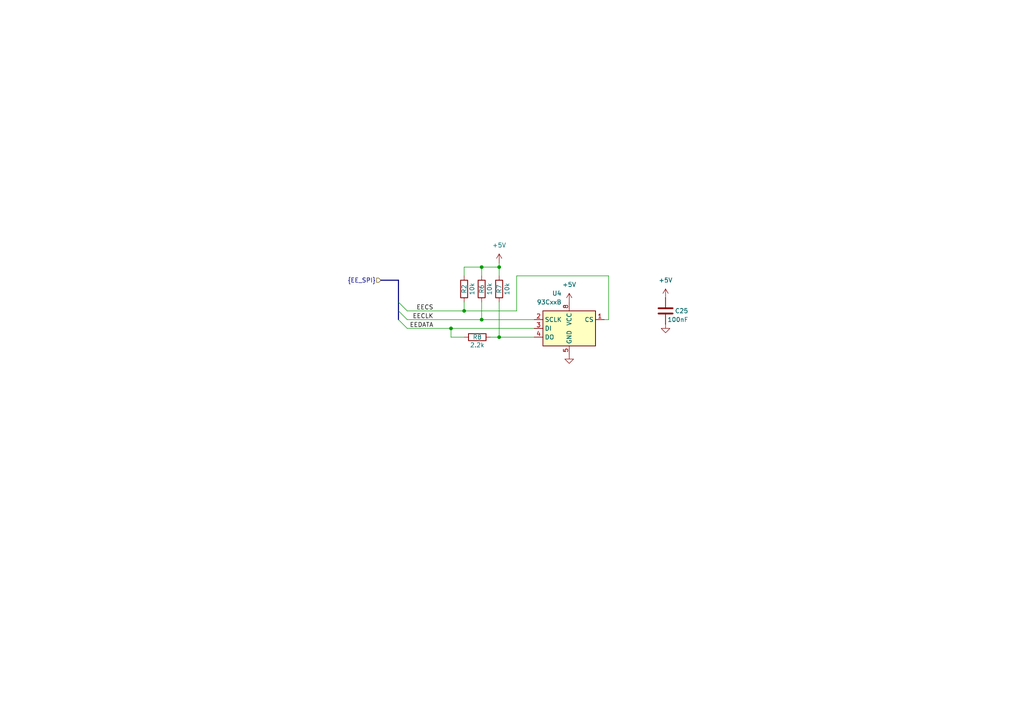
<source format=kicad_sch>
(kicad_sch (version 20231120) (generator "eeschema") (generator_version "8.0")
  (paper "A4")
  (title_block (title "FTDI Quad LIN"))
  (lib_symbols
    (symbol "Device:C" (pin_numbers hide) (pin_names (offset 0.254))
      (property "Reference" "C" (at 0.635 2.54 0))
      (property "Value" "C" (at 0.635 -2.54 0))
      (symbol "C_0_1"
        (polyline (pts (xy -2.032 -0.762) (xy 2.032 -0.762)) (stroke (width 0.508)))
        (polyline (pts (xy -2.032 0.762) (xy 2.032 0.762)) (stroke (width 0.508)))
      )
      (symbol "C_1_1"
        (pin passive line (at 0 3.81 270) (length 2.794) (name "~") (number "1"))
        (pin passive line (at 0 -3.81 90) (length 2.794) (name "~") (number "2"))
      )
    )
    (symbol "Device:R" (pin_numbers hide) (pin_names (offset 0))
      (property "Reference" "R" (at 2.032 0 90))
      (property "Value" "R" (at 0 0 90))
      (symbol "R_0_1"
        (rectangle (start -1.016 -2.54) (end 1.016 2.54) (stroke (width 0.254)))
      )
      (symbol "R_1_1"
        (pin passive line (at 0 3.81 270) (length 1.27) (name "~") (number "1"))
        (pin passive line (at 0 -3.81 90) (length 1.27) (name "~") (number "2"))
      )
    )
    (symbol "Memory_EEPROM:93CxxB"
      (property "Reference" "U" (at -7.62 6.35 0))
      (property "Value" "93CxxB" (at 2.54 -6.35 0))
      (symbol "93CxxB_1_1"
        (rectangle (start -7.62 5.08) (end 7.62 -5.08) (stroke (width 0.254)) (fill (type background)))
        (pin input line (at -10.16 2.54 0) (length 2.54) (name "CS") (number "1"))
        (pin input line (at 10.16 2.54 180) (length 2.54) (name "SCLK") (number "2"))
        (pin input line (at 10.16 0 180) (length 2.54) (name "DI") (number "3"))
        (pin tri_state line (at 10.16 -2.54 180) (length 2.54) (name "DO") (number "4"))
        (pin power_in line (at 0 -7.62 90) (length 2.54) (name "GND") (number "5"))
        (pin no_connect line (at -7.62 0 0) (length 2.54) hide (name "NC") (number "6"))
        (pin no_connect line (at -7.62 -2.54 0) (length 2.54) hide (name "NC") (number "7"))
        (pin power_in line (at 0 7.62 270) (length 2.54) (name "VCC") (number "8"))
      )
    )
    (symbol "power:+5V" (power) (pin_numbers hide) (pin_names (offset 0) hide)
      (property "Value" "+5V" (at 0 3.556 0))
      (symbol "+5V_0_1"
        (polyline (pts (xy -0.762 1.27) (xy 0 2.54)))
        (polyline (pts (xy 0 0) (xy 0 2.54)))
        (polyline (pts (xy 0 2.54) (xy 0.762 1.27)))
      )
      (symbol "+5V_1_1"
        (pin power_in line (at 0 0 90) (length 0) (name "~") (number "1"))
      )
    )
    (symbol "power:GND" (power) (pin_numbers hide) (pin_names (offset 0) hide)
      (property "Value" "GND" (at 0 -3.81 0))
      (symbol "GND_0_1"
        (polyline (pts (xy 0 0) (xy 0 -1.27) (xy 1.27 -1.27) (xy 0 -2.54) (xy -1.27 -1.27) (xy 0 -1.27)))
      )
      (symbol "GND_1_1"
        (pin power_in line (at 0 0 270) (length 0) (name "~") (number "1"))
      )
    )
  )
  (junction (at 139.7 77.47))
  (junction (at 130.81 95.25))
  (junction (at 139.7 92.71))
  (junction (at 144.78 97.79))
  (junction (at 134.62 90.17))
  (junction (at 144.78 77.47))
  (bus_entry (at 115.57 87.63) (size 2.54 2.54))
  (bus_entry (at 115.57 90.17) (size 2.54 2.54))
  (bus_entry (at 115.57 92.71) (size 2.54 2.54))
  (wire (pts (xy 134.62 77.47) (xy 139.7 77.47)))
  (bus (pts (xy 115.57 87.63) (xy 115.57 81.28)))
  (wire (pts (xy 144.78 77.47) (xy 144.78 76.2)))
  (wire (pts (xy 144.78 87.63) (xy 144.78 97.79)))
  (wire (pts (xy 118.11 90.17) (xy 134.62 90.17)))
  (wire (pts (xy 149.86 80.01) (xy 176.53 80.01)))
  (wire (pts (xy 139.7 87.63) (xy 139.7 92.71)))
  (bus (pts (xy 110.49 81.28) (xy 115.57 81.28)))
  (wire (pts (xy 144.78 77.47) (xy 139.7 77.47)))
  (wire (pts (xy 154.94 95.25) (xy 130.81 95.25)))
  (wire (pts (xy 134.62 87.63) (xy 134.62 90.17)))
  (wire (pts (xy 144.78 80.01) (xy 144.78 77.47)))
  (wire (pts (xy 130.81 97.79) (xy 130.81 95.25)))
  (wire (pts (xy 130.81 95.25) (xy 118.11 95.25)))
  (wire (pts (xy 139.7 77.47) (xy 139.7 80.01)))
  (bus (pts (xy 115.57 92.71) (xy 115.57 90.17)))
  (wire (pts (xy 149.86 90.17) (xy 149.86 80.01)))
  (bus (pts (xy 115.57 90.17) (xy 115.57 87.63)))
  (wire (pts (xy 176.53 92.71) (xy 175.26 92.71)))
  (wire (pts (xy 134.62 90.17) (xy 149.86 90.17)))
  (wire (pts (xy 134.62 97.79) (xy 130.81 97.79)))
  (wire (pts (xy 139.7 92.71) (xy 118.11 92.71)))
  (wire (pts (xy 176.53 80.01) (xy 176.53 92.71)))
  (wire (pts (xy 154.94 97.79) (xy 144.78 97.79)))
  (wire (pts (xy 134.62 80.01) (xy 134.62 77.47)))
  (wire (pts (xy 154.94 92.71) (xy 139.7 92.71)))
  (wire (pts (xy 144.78 97.79) (xy 142.24 97.79)))
  (label "EECS" (at 125.73 90.17 180))
  (label "EEDATA" (at 125.73 95.25 180))
  (label "EECLK" (at 125.73 92.71 180))
  (hierarchical_label "{EE_SPI}" (shape input) (at 110.49 81.28 180))
  (symbol (lib_id "Device:R") (at 144.78 83.82 0) (mirror x) (unit 1)
    (property "Reference" "R7" (at 144.78 83.82 90))
    (property "Value" "10k" (at 147.066 83.82 90))
    (property "Footprint" "Resistor_SMD:R_0805_2012Metric" (effects (hide yes)))
    (property "Description" "Resistor" (effects (hide yes)))
  )
  (symbol (lib_id "Memory_EEPROM:93CxxB") (at 165.1 95.25 0) (mirror y) (unit 1)
    (property "Reference" "U4" (at 162.9059 85.09 0) (effects (justify left)))
    (property "Value" "93CxxB" (at 162.9059 87.63 0) (effects (justify left)))
    (property "Footprint" "Package_SO:SOIC-8_3.9x4.9mm_P1.27mm" (effects (hide yes)))
    (property "Datasheet" "http://ww1.microchip.com/downloads/en/DeviceDoc/20001749K.pdf" (effects (hide yes)))
    (property "Description" "Serial EEPROM, 93 Series, 5.0V, DIP-8/SOIC-8" (effects (hide yes)))
    (property "manf#" "93LC46B-I/SN" (effects (hide yes)))
  )
  (symbol (lib_id "Device:R") (at 139.7 83.82 0) (mirror x) (unit 1)
    (property "Reference" "R6" (at 139.7 83.82 90))
    (property "Value" "10k" (at 141.986 83.82 90))
    (property "Footprint" "Resistor_SMD:R_0805_2012Metric" (effects (hide yes)))
    (property "Description" "Resistor" (effects (hide yes)))
  )
  (symbol (lib_id "power:+5V") (at 165.1 87.63 0) (mirror y) (unit 1)
    (property "Reference" "#PWR024" (effects (hide yes)))
    (property "Value" "+5V" (at 165.1 82.55 0))
    (property "Description" "Power symbol creates a global label with name \"+5V\"" (effects (hide yes)))
  )
  (symbol (lib_id "Device:R") (at 138.43 97.79 90) (mirror x) (unit 1)
    (property "Reference" "R8" (at 138.43 97.79 90))
    (property "Value" "2.2k" (at 138.43 100.076 90))
    (property "Footprint" "Resistor_SMD:R_0805_2012Metric" (effects (hide yes)))
    (property "Description" "Resistor" (effects (hide yes)))
  )
  (symbol (lib_id "Device:C") (at 193.04 90.17 0) (mirror y) (unit 1)
    (property "Reference" "C25" (at 199.644 90.17 0) (effects (justify left)))
    (property "Value" "100nF" (at 199.644 92.71 0) (effects (justify left)))
    (property "Footprint" "Capacitor_SMD:C_0805_2012Metric" (effects (hide yes)))
    (property "Description" "Unpolarized capacitor" (effects (hide yes)))
  )
  (symbol (lib_id "power:GND") (at 193.04 93.98 0) (mirror y) (unit 1)
    (property "Reference" "#PWR046" (effects (hide yes)))
    (property "Value" "GND" (effects (hide yes)))
    (property "Description" "Power symbol creates a global label with name \"GND\" , ground" (effects (hide yes)))
  )
  (symbol (lib_id "Device:R") (at 134.62 83.82 0) (mirror x) (unit 1)
    (property "Reference" "R2" (at 134.62 83.82 90))
    (property "Value" "10k" (at 136.906 83.82 90))
    (property "Footprint" "Resistor_SMD:R_0805_2012Metric" (effects (hide yes)))
    (property "Description" "Resistor" (effects (hide yes)))
  )
  (symbol (lib_id "power:GND") (at 165.1 102.87 0) (mirror y) (unit 1)
    (property "Reference" "#PWR051" (effects (hide yes)))
    (property "Value" "GND" (effects (hide yes)))
    (property "Description" "Power symbol creates a global label with name \"GND\" , ground" (effects (hide yes)))
  )
  (symbol (lib_id "power:+5V") (at 193.04 86.36 0) (mirror y) (unit 1)
    (property "Reference" "#PWR045" (effects (hide yes)))
    (property "Value" "+5V" (at 193.04 81.28 0))
    (property "Description" "Power symbol creates a global label with name \"+5V\"" (effects (hide yes)))
  )
  (symbol (lib_id "power:+5V") (at 144.78 76.2 0) (mirror y) (unit 1)
    (property "Reference" "#PWR015" (effects (hide yes)))
    (property "Value" "+5V" (at 144.78 71.12 0))
    (property "Description" "Power symbol creates a global label with name \"+5V\"" (effects (hide yes)))
  )
)
</source>
